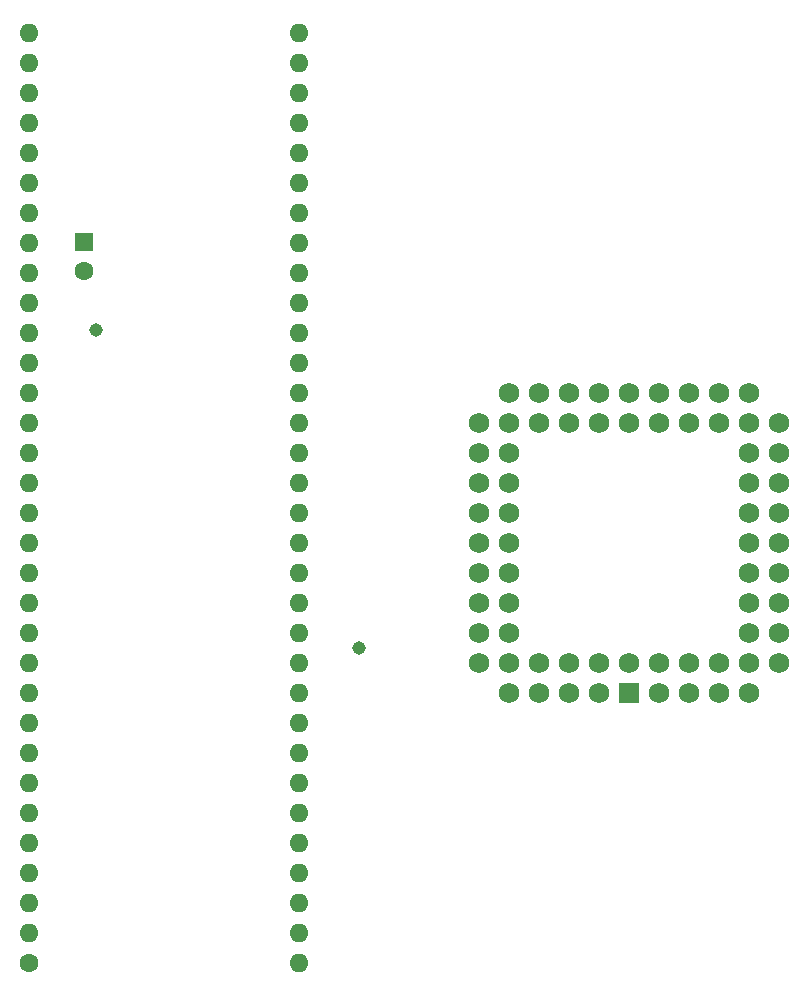
<source format=gbs>
G04 #@! TF.FileFunction,Soldermask,Bot*
%FSLAX46Y46*%
G04 Gerber Fmt 4.6, Leading zero omitted, Abs format (unit mm)*
G04 Created by KiCad (PCBNEW 4.0.7) date 07/03/21 20:26:29*
%MOMM*%
%LPD*%
G01*
G04 APERTURE LIST*
%ADD10C,0.100000*%
%ADD11C,1.600000*%
%ADD12O,1.600000X1.600000*%
%ADD13C,1.750000*%
%ADD14R,1.750000X1.750000*%
%ADD15R,1.600000X1.600000*%
%ADD16C,1.143000*%
G04 APERTURE END LIST*
D10*
D11*
X73660000Y-137160000D03*
D12*
X96520000Y-58420000D03*
X73660000Y-134620000D03*
X96520000Y-60960000D03*
X73660000Y-132080000D03*
X96520000Y-63500000D03*
X73660000Y-129540000D03*
X96520000Y-66040000D03*
X73660000Y-127000000D03*
X96520000Y-68580000D03*
X73660000Y-124460000D03*
X96520000Y-71120000D03*
X73660000Y-121920000D03*
X96520000Y-73660000D03*
X73660000Y-119380000D03*
X96520000Y-76200000D03*
X73660000Y-116840000D03*
X96520000Y-78740000D03*
X73660000Y-114300000D03*
X96520000Y-81280000D03*
X73660000Y-111760000D03*
X96520000Y-83820000D03*
X73660000Y-109220000D03*
X96520000Y-86360000D03*
X73660000Y-106680000D03*
X96520000Y-88900000D03*
X73660000Y-104140000D03*
X96520000Y-91440000D03*
X73660000Y-101600000D03*
X96520000Y-93980000D03*
X73660000Y-99060000D03*
X96520000Y-96520000D03*
X73660000Y-96520000D03*
X96520000Y-99060000D03*
X73660000Y-93980000D03*
X96520000Y-101600000D03*
X73660000Y-91440000D03*
X96520000Y-104140000D03*
X73660000Y-88900000D03*
X96520000Y-106680000D03*
X73660000Y-86360000D03*
X96520000Y-109220000D03*
X73660000Y-83820000D03*
X96520000Y-111760000D03*
X73660000Y-81280000D03*
X96520000Y-114300000D03*
X73660000Y-78740000D03*
X96520000Y-116840000D03*
X73660000Y-76200000D03*
X96520000Y-119380000D03*
X73660000Y-73660000D03*
X96520000Y-121920000D03*
X73660000Y-71120000D03*
X96520000Y-124460000D03*
X73660000Y-68580000D03*
X96520000Y-127000000D03*
X73660000Y-66040000D03*
X96520000Y-129540000D03*
X73660000Y-63500000D03*
X96520000Y-132080000D03*
X73660000Y-60960000D03*
X96520000Y-134620000D03*
X73660000Y-58420000D03*
X96520000Y-137160000D03*
D13*
X124460000Y-111760000D03*
X127000000Y-111760000D03*
X129540000Y-111760000D03*
X132080000Y-111760000D03*
X121920000Y-111760000D03*
X119380000Y-111760000D03*
X116840000Y-111760000D03*
X114300000Y-111760000D03*
X111760000Y-111760000D03*
D14*
X124460000Y-114300000D03*
D13*
X127000000Y-114300000D03*
X129540000Y-114300000D03*
X132080000Y-114300000D03*
X134620000Y-114300000D03*
X121920000Y-114300000D03*
X119380000Y-114300000D03*
X116840000Y-114300000D03*
X114300000Y-114300000D03*
X134620000Y-111760000D03*
X134620000Y-109220000D03*
X134620000Y-106680000D03*
X134620000Y-104140000D03*
X134620000Y-101600000D03*
X134620000Y-99060000D03*
X134620000Y-96520000D03*
X134620000Y-93980000D03*
X137160000Y-111760000D03*
X137160000Y-109220000D03*
X137160000Y-106680000D03*
X137160000Y-104140000D03*
X137160000Y-101600000D03*
X137160000Y-99060000D03*
X137160000Y-96520000D03*
X137160000Y-93980000D03*
X137160000Y-91440000D03*
X134620000Y-91440000D03*
X132080000Y-91440000D03*
X129540000Y-91440000D03*
X127000000Y-91440000D03*
X124460000Y-91440000D03*
X121920000Y-91440000D03*
X119380000Y-91440000D03*
X116840000Y-91440000D03*
X114300000Y-91440000D03*
X134620000Y-88900000D03*
X132080000Y-88900000D03*
X129540000Y-88900000D03*
X127000000Y-88900000D03*
X124460000Y-88900000D03*
X121920000Y-88900000D03*
X119380000Y-88900000D03*
X116840000Y-88900000D03*
X114300000Y-88900000D03*
X114300000Y-93980000D03*
X114300000Y-96520000D03*
X114300000Y-99060000D03*
X114300000Y-101600000D03*
X114300000Y-104140000D03*
X114300000Y-106680000D03*
X114300000Y-109220000D03*
X114300000Y-114300000D03*
X111760000Y-91440000D03*
X111760000Y-93980000D03*
X111760000Y-96520000D03*
X111760000Y-99060000D03*
X111760000Y-101600000D03*
X111760000Y-104140000D03*
X111760000Y-106680000D03*
X111760000Y-109220000D03*
X111760000Y-111760000D03*
D15*
X78359000Y-76113000D03*
D11*
X78359000Y-78613000D03*
D16*
X101600000Y-110490000D03*
X79375000Y-83566000D03*
M02*

</source>
